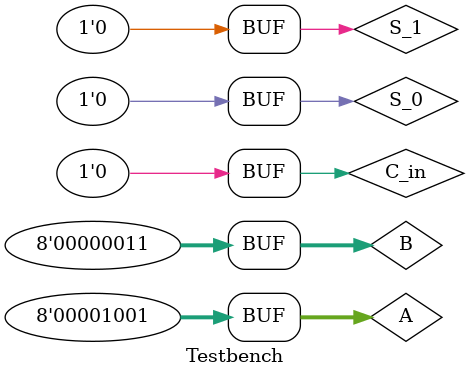
<source format=v>

`timescale 1ns / 1ps

module Testbench;

    reg [7:0] A, B;
    reg S_1, S_0, C_in;
    wire [7:0] Q;

    ALU uut(

        .A(A),
        .B(B),
        .S_1(S_1),
        .S_0(S_0),
        .C_in(C_in),
        .Q(Q)

    );


    initial begin

        
        A = 8'd9; B = 8'd3; {S_1, S_0, C_in} = 3'b000;

        #10 {S_1, S_0, C_in} = 3'b000; 
        #10 {S_1, S_0, C_in} = 3'b001; 
        #10 {S_1, S_0, C_in} = 3'b010; 
        #10 {S_1, S_0, C_in} = 3'b011; 
        #10 {S_1, S_0, C_in} = 3'b100; 
        #10 {S_1, S_0, C_in} = 3'b101; 
        #10 {S_1, S_0, C_in} = 3'b110; 
        #10 {S_1, S_0, C_in} = 3'b111; 

        #10 A = 8'd9; B = 8'd3; {S_1, S_0, C_in} = 3'b000;

    end

endmodule

</source>
